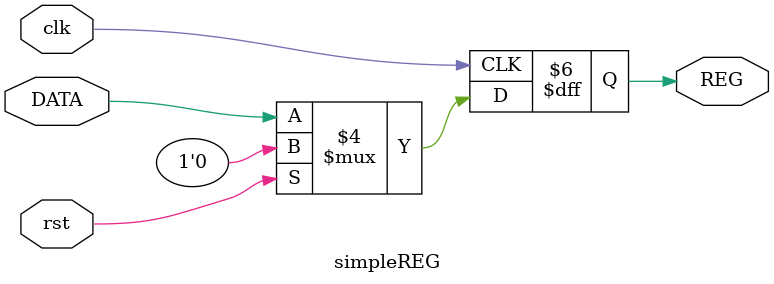
<source format=v>
module simpleREG #(parameter W=1) (DATA,clk,rst,REG);
input rst,clk;
input [W-1:0] DATA;
output reg [W-1:0] REG;


always @(posedge clk)
begin
	if(rst==1)
		begin
			REG<=0;
		end
	else
		begin
		
			REG<=DATA;
		end

end

endmodule
</source>
